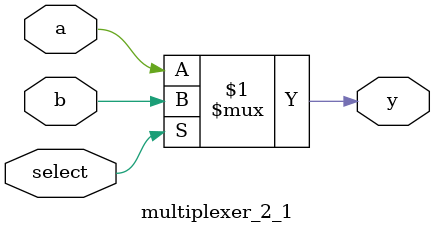
<source format=v>
module  multiplexer_2_1 (
    input a , b , select ,
    output y
    );
    assign y = select ? b : a ;
endmodule
</source>
